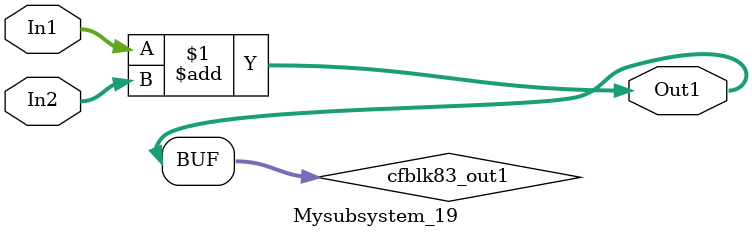
<source format=v>



`timescale 1 ns / 1 ns

module Mysubsystem_19
          (In1,
           In2,
           Out1);


  input   [7:0] In1;  // uint8
  input   [7:0] In2;  // uint8
  output  [7:0] Out1;  // uint8


  wire [7:0] cfblk83_out1;  // uint8


  assign cfblk83_out1 = In1 + In2;



  assign Out1 = cfblk83_out1;

endmodule  // Mysubsystem_19


</source>
